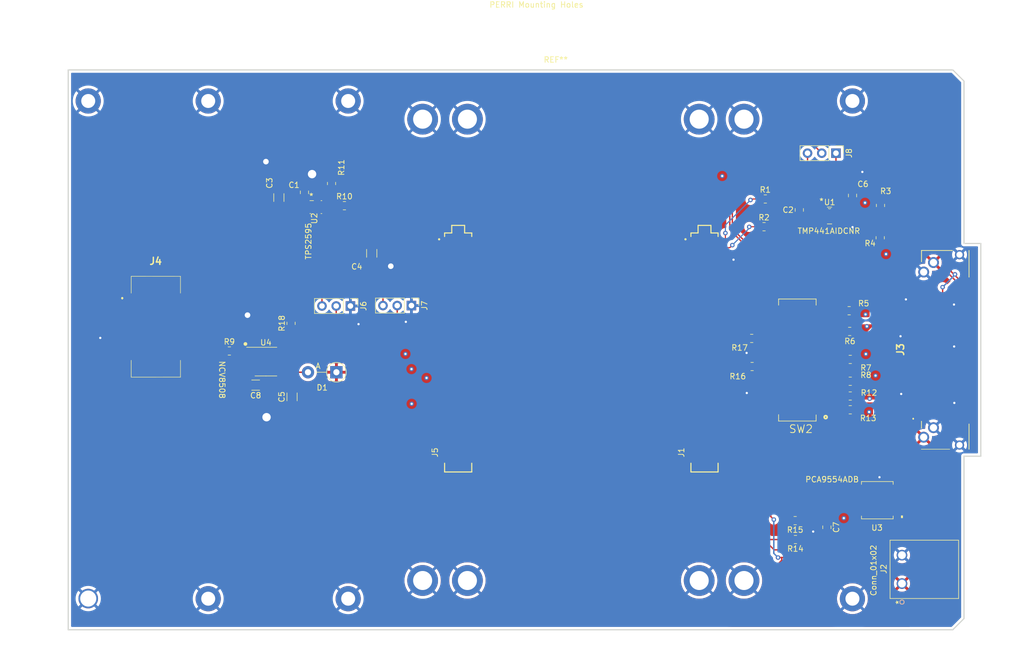
<source format=kicad_pcb>
(kicad_pcb (version 20211014) (generator pcbnew)
  (layers (0 "F.Cu" signal) (31 "B.Cu" signal) (34 "B.Paste" user) (35 "F.Paste" user) (36 "B.SilkS" user "B.Silkscreen") (37 "F.SilkS" user "F.Silkscreen") (38 "B.Mask" user) (39 "F.Mask" user) (44 "Edge.Cuts" user))
  (net 0 "")
  (net 1 "Net-(C1-Pad1)")
  (net 2 "GND")
  (net 3 "Net-(C2-Pad1)")
  (net 4 "Net-(C2-Pad2)")
  (net 5 "+12V")
  (net 6 "/12V_To_Hat")
  (net 7 "Net-(C5-Pad2)")
  (net 8 "+5V")
  (net 9 "/DXN")
  (net 10 "/DXP")
  (net 236 "/SDA")
  (net 237 "/SCL")
  (net 403 "Net-(J6-Pad2)")
  (net 404 "Net-(J7-Pad2)")
  (net 405 "/DS_EN")
  (net 406 "/To_Efuse_EN")
  (net 407 "/GPIO_EN")
  (net 408 "/TMP_A1")
  (net 409 "/TMP_A0")
  (net 410 "Net-(R9-Pad2)")
  (net 411 "/FLT")
  (net 412 "Net-(R11-Pad1)")
  (net 413 "/GPIO_A0")
  (net 414 "Net-(R16-Pad1)")
  (net 415 "Net-(R17-Pad1)")
  (net 416 "Net-(R18-Pad1)")
  (net 417 "/GPIO_A1")
  (net 418 "/GPIO_A2")
  (footprint "footprints:1757242" (layer "F.Cu") (at 237.3 132.9 90)
    (fp_text reference "J2")
    (fp_text value "Conn_01x02")
  )
  (footprint "Resistor_SMD:R_0805_2012Metric" (layer "F.Cu") (at 233.461649 70.43835 -90)
    (fp_text reference "R3")
    (fp_text value "R_US")
  )
  (footprint "Capacitor_SMD:C_1206_3216Metric" (layer "F.Cu") (at 142.59 78.99 -90)
    (fp_text reference "C4")
    (fp_text value "C_Polarized_US")
  )
  (footprint "Diode_THT:D_DO-41_SOD81_P5.08mm_Vertical_AnodeUp" (layer "F.Cu") (at 136.279658 100.230725 180)
    (fp_text reference "D1")
    (fp_text value "DIODE")
  )
  (footprint "Resistor_SMD:R_0805_2012Metric" (layer "F.Cu") (at 137.71 70.48)
    (fp_text reference "R10")
    (fp_text value "R_US")
  )
  (footprint "Capacitor_SMD:C_1206_3216Metric" (layer "F.Cu") (at 126 69.03 90)
    (fp_text reference "C3")
    (fp_text value "C_Polarized_US")
  )
  (footprint "Resistor_SMD:R_0805_2012Metric" (layer "F.Cu") (at 212.890249 69.28535)
    (fp_text reference "R1")
    (fp_text value "R_US")
  )
  (footprint "Resistor_SMD:R_0805_2012Metric" (layer "F.Cu") (at 228.061649 97.93835)
    (fp_text reference "R7")
    (fp_text value "R_US")
  )
  (footprint "footprints:302010030000" (layer "F.Cu") (at 103.8 92.1 -90)
    (fp_text reference "J4")
    (fp_text value "Conn_02x05_Counter_Clockwise" hide)
  )
  (footprint "Connector_PinHeader_2.54mm:PinHeader_1x03_P2.54mm_Vertical" (layer "F.Cu") (at 225.51 61.1 -90)
    (fp_text reference "J8")
    (fp_text value "Conn_01x03")
  )
  (footprint "Capacitor_SMD:C_1206_3216Metric" (layer "F.Cu") (at 128.357475 104.630725 90)
    (fp_text reference "C5")
    (fp_text value "0.1uF")
  )
  (footprint "Resistor_SMD:R_0805_2012Metric" (layer "F.Cu") (at 218.220849 126.73155 180)
    (fp_text reference "R15")
    (fp_text value "R_US")
  )
  (footprint "footprints:SAMTEC_SS5-80-3.00-X-D-K-XX" (layer "F.Cu") (at 158.027996 96.233 90)
    (fp_text reference "J5")
    (fp_text value "SS5-80-3.00-X-D-K-XX")
  )
  (footprint "Capacitor_SMD:C_0805_2012Metric" (layer "F.Cu") (at 223.885049 127.92535 -90)
    (fp_text reference "C7")
    (fp_text value "C_Small")
  )
  (footprint "footprints:FX23100S05SH" (layer "F.Cu") (at 245.027996 96.233 90)
    (fp_text reference "J3")
    (fp_text value "Conn_02x50_Counter_Clockwise" hide)
  )
  (footprint "Package_SO:SOIC-8-1EP_3.9x4.9mm_P1.27mm_EP2.514x3.2mm" (layer "F.Cu") (at 123.687575 98.329725)
    (fp_text reference "U4")
    (fp_text value "NCV8508")
  )
  (footprint "Resistor_SMD:R_0805_2012Metric" (layer "F.Cu") (at 228.061649 104.47455)
    (fp_text reference "R12")
    (fp_text value "R_US")
  )
  (footprint "Connector_PinHeader_2.54mm:PinHeader_1x03_P2.54mm_Vertical" (layer "F.Cu") (at 149.678075 88.322125 -90)
    (fp_text reference "J7")
    (fp_text value "Conn_01x03")
  )
  (footprint "Connector_PinHeader_2.54mm:PinHeader_1x03_P2.54mm_Vertical" (layer "F.Cu") (at 138.781475 88.398325 -90)
    (fp_text reference "J6")
    (fp_text value "Conn_01x03")
  )
  (footprint "Resistor_SMD:R_0805_2012Metric" (layer "F.Cu") (at 212.661649 74.23835)
    (fp_text reference "R2")
    (fp_text value "R_US")
  )
  (footprint "Resistor_SMD:R_0805_2012Metric" (layer "F.Cu") (at 135.41 66.52 90)
    (fp_text reference "R11")
    (fp_text value "R_US")
  )
  (footprint "TPS441:TPS259525DSGR" (layer "F.Cu") (at 132.6148 70.7358)
    (fp_text reference "U2")
    (fp_text value "TPS2595")
  )
  (footprint "Capacitor_SMD:C_0805_2012Metric" (layer "F.Cu") (at 228.47 68.66 90)
    (fp_text reference "C6")
    (fp_text value "C_Small")
  )
  (footprint "footprints:PERRI_Outline" (layer "F.Cu") (at 175.391196 90.2348)
    (fp_text reference "REF**")
    (fp_text value "PERRI_Outline")
    (fp_line (start 72.9882 24.9944) (end 72.9882 53.9944) (layer "Edge.Cuts") (width 0.2))
    (fp_line (start 75.9882 24.9944) (end 72.9882 24.9944) (layer "Edge.Cuts") (width 0.2))
    (fp_line (start 72.9882 -13.0056) (end 75.9882 -13.0056) (layer "Edge.Cuts") (width 0.2))
    (fp_line (start 70.9882 55.9944) (end -87.0118 55.9944) (layer "Edge.Cuts") (width 0.2))
    (fp_line (start 72.9882 -42.0056) (end 72.9882 -13.0056) (layer "Edge.Cuts") (width 0.2))
    (fp_line (start -87.0118 55.9944) (end -87.0118 -44.0056) (layer "Edge.Cuts") (width 0.2))
    (fp_line (start 75.9882 -13.0056) (end 75.9882 24.9944) (layer "Edge.Cuts") (width 0.2))
    (fp_line (start 70.9882 -44.0056) (end 72.9882 -42.0056) (layer "Edge.Cuts") (width 0.2))
    (fp_line (start -87.0118 -44.0056) (end 70.9882 -44.0056) (layer "Edge.Cuts") (width 0.2))
    (fp_line (start 72.9882 53.9944) (end 70.9882 55.9944) (layer "Edge.Cuts") (width 0.2))
  )
  (footprint "Resistor_SMD:R_0805_2012Metric" (layer "F.Cu") (at 210.46 94.19 180)
    (fp_text reference "R17")
    (fp_text value "R_US")
  )
  (footprint "Resistor_SMD:R_0805_2012Metric" (layer "F.Cu") (at 218.271649 130.10975 180)
    (fp_text reference "R14")
    (fp_text value "R_US")
  )
  (footprint "Resistor_SMD:R_0805_2012Metric" (layer "F.Cu") (at 128.179275 91.497125 90)
    (fp_text reference "R18")
    (fp_text value "R_US")
  )
  (footprint "Resistor_SMD:R_0805_2012Metric" (layer "F.Cu") (at 233.41 76.21 90)
    (fp_text reference "R4")
    (fp_text value "R_US")
  )
  (footprint "Resistor_SMD:R_0805_2012Metric" (layer "F.Cu") (at 228.061649 106.93835)
    (fp_text reference "R13")
    (fp_text value "R_US")
  )
  (footprint "footprints:TMP441AIDCNR" (layer "F.Cu") (at 224.361649 72.23835)
    (fp_text reference "U1")
    (fp_text value "TMP441AIDCNR")
  )
  (footprint "Resistor_SMD:R_0805_2012Metric" (layer "F.Cu") (at 227.961649 92.93835)
    (fp_text reference "R6")
    (fp_text value "R_US")
  )
  (footprint "PCA9554ADB:PCA9554ADB" (layer "F.Cu") (at 232.895699 123.08665 180)
    (fp_text reference "U3")
    (fp_text value "PCA9554ADB")
  )
  (footprint "Resistor_SMD:R_0805_2012Metric" (layer "F.Cu") (at 227.861649 89.23835)
    (fp_text reference "R5")
    (fp_text value "R_US")
  )
  (footprint "Resistor_SMD:R_0805_2012Metric" (layer "F.Cu") (at 228.061649 101.83835)
    (fp_text reference "R8")
    (fp_text value "R_US")
  )
  (footprint "footprints:SAMTEC_SS5-80-3.00-X-D-K-XX" (layer "F.Cu") (at 202.027996 96.233 90)
    (fp_text reference "J1")
    (fp_text value "SS5-80-3.00-X-D-K-XX")
  )
  (footprint "footprints:SW_219-8LPSTRF" (layer "F.Cu") (at 218.618649 98.04835 180)
    (fp_text reference "SW2")
    (fp_text value "SW_DIP_x08")
  )
  (footprint "footprints:PERRI_Mounting_Holes" (layer "F.Cu") (at 172.579551 90.239551)
    (fp_text reference "PERRI Mounting Holes")
    (fp_text value "PERRI_Mounting_Holes")
  )
  (footprint "Capacitor_SMD:C_0805_2012Metric" (layer "F.Cu") (at 218.960849 71.24115 -90)
    (fp_text reference "C2")
    (fp_text value "C_Small")
  )
  (footprint "Capacitor_SMD:C_0805_2012Metric" (layer "F.Cu") (at 130.57 68.1 90)
    (fp_text reference "C1")
    (fp_text value "C")
  )
  (footprint "Resistor_SMD:R_0805_2012Metric" (layer "F.Cu") (at 117.157475 96.430725)
    (fp_text reference "R9")
    (fp_text value "R_US")
  )
  (footprint "Capacitor_SMD:C_1206_3216Metric" (layer "F.Cu") (at 121.857475 102.530725 180)
    (fp_text reference "C8")
    (fp_text value "1uF")
  )
  (footprint "Resistor_SMD:R_0805_2012Metric" (layer "F.Cu") (at 210.53 99.21 180)
    (fp_text reference "R16")
    (fp_text value "R_US")
  )
  (segment (start 130.57 69.58) (end 130.57 69.05) (width 0.25) (layer "F.Cu") (net 1))
  (segment (start 130.975799 69.985799) (end 130.57 69.58) (width 0.25) (layer "F.Cu") (net 1))
  (segment (start 131.664799 69.985799) (end 130.975799 69.985799) (width 0.25) (layer "F.Cu") (net 1))
  (segment (start 246.59 87.371974) (end 246.59 88.14) (width 0.25) (layer "F.Cu") (net 2))
  (segment (start 248.677996 84.983) (end 247.478974 84.983) (width 0.25) (layer "F.Cu") (net 2))
  (segment (start 240.263 89.483) (end 238 87.22) (width 0.25) (layer "F.Cu") (net 2))
  (segment (start 210.17835 104.39835) (end 209.58 103.8) (width 0.25) (layer "F.Cu") (net 2))
  (segment (start 116.244975 94.185025) (end 120.4 90.03) (width 0.25) (layer "F.Cu") (net 2))
  (segment (start 130.57 67.15) (end 131.93 65.79) (width 0.75) (layer "F.Cu") (net 2))
  (segment (start 132.6148 65.6948) (end 132.6148 65.5248) (width 0.25) (layer "F.Cu") (net 2))
  (segment (start 237.223 93.983) (end 237.04 93.8) (width 0.25) (layer "F.Cu") (net 2))
  (segment (start 214.313649 104.39835) (end 210.17835 104.39835) (width 0.25) (layer "F.Cu") (net 2))
  (segment (start 123.87 108.19) (end 123.8 108.26) (width 0.25) (layer "F.Cu") (net 2))
  (segment (start 209.93835 106.93835) (end 209.58 106.58) (width 0.25) (layer "F.Cu") (net 2))
  (segment (start 239.177974 106.483) (end 238.777487 106.082513) (width 0.25) (layer "F.Cu") (net 2))
  (segment (start 238.994974 93.8) (end 237.04 93.8) (width 0.25) (layer "F.Cu") (net 2))
  (segment (start 121.685075 98.329725) (end 123.687575 98.329725) (width 0.25) (layer "F.Cu") (net 2))
  (segment (start 241.801996 90.983) (end 240.677974 90.983) (width 0.25) (layer "F.Cu") (net 2))
  (segment (start 237.860974 93.8) (end 237.04 93.8) (width 0.25) (layer "F.Cu") (net 2))
  (segment (start 221.37 128.76) (end 221.44 128.69) (width 0.25) (layer "F.Cu") (net 2))
  (segment (start 247.478974 86.483) (end 246.59 87.371974) (width 0.25) (layer "F.Cu") (net 2))
  (segment (start 116.244975 96.430725) (end 116.244975 94.185025) (width 0.25) (layer "F.Cu") (net 2))
  (segment (start 248.677996 106.483) (end 247.423 106.483) (width 0.25) (layer "F.Cu") (net 2))
  (segment (start 240.677974 95.483) (end 238.994974 93.8) (width 0.25) (layer "F.Cu") (net 2))
  (segment (start 246.59 85.871974) (end 246.59 88.14) (width 0.25) (layer "F.Cu") (net 2))
  (segment (start 246.59 90.094026) (end 246.59 88.14) (width 0.25) (layer "F.Cu") (net 2))
  (segment (start 248.677996 87.983) (end 246.747 87.983) (width 0.25) (layer "F.Cu") (net 2))
  (segment (start 100.775 92.1) (end 96.1 92.1) (width 0.25) (layer "F.Cu") (net 2))
  (segment (start 210.57835 91.69835) (end 214.313649 91.69835) (width 0.25) (layer "F.Cu") (net 2))
  (segment (start 248.677996 103.483) (end 247.478974 103.483) (width 0.25) (layer "F.Cu") (net 2))
  (segment (start 247.478974 92.483) (end 246.62 93.341974) (width 0.25) (layer "F.Cu") (net 2))
  (segment (start 241.801996 86.483) (end 238.737 86.483) (width 0.25) (layer "F.Cu") (net 2))
  (segment (start 209.5475 96.7825) (end 209.5475 99.14) (width 0.25) (layer "F.Cu") (net 2))
  (segment (start 241.801996 92.483) (end 238.357 92.483) (width 0.25) (layer "F.Cu") (net 2))
  (segment (start 123.332475 106.212475) (end 123.87 106.75) (width 0.25) (layer "F.Cu") (net 2))
  (segment (start 238.763 87.983) (end 238 87.22) (width 0.25) (layer "F.Cu") (net 2))
  (segment (start 248.677996 96.983) (end 247.478974 96.983) (width 0.25) (layer "F.Cu") (net 2))
  (segment (start 209.5475 94.19) (end 209.5475 96.7125) (width 0.25) (layer "F.Cu") (net 2))
  (segment (start 209.5475 96.7125) (end 209.5475 96.7825) (width 0.25) (layer "F.Cu") (net 2))
  (segment (start 247.377 104.983) (end 246.65 105.71) (width 0.25) (layer "F.Cu") (net 2))
  (segment (start 126.2032 108.26) (end 128.357475 106.105725) (width 1) (layer "F.Cu") (net 2))
  (segment (start 149.678075 90.231925) (end 148.68 91.23) (width 0.25) (layer "F.Cu") (net 2))
  (segment (start 246.59 88.594026) (end 246.59 88.14) (width 0.25) (layer "F.Cu") (net 2))
  (segment (start 205.563 78.483) (end 207.21 80.13) (width 0.25) (layer "F.Cu") (net 2))
  (segment (start 240.677974 90.983) (end 237.860974 93.8) (width 0.25) (layer "F.Cu") (net 2))
  (segment (start 241.801996 96.983) (end 240.223 96.983) (width 0.25) (layer "F.Cu") (net 2))
  (segment (start 225.555449 73.213349) (end 227.373349 73.213349) (width 0.25) (layer "F.Cu") (net 2))
  (segment (start 126 67.555) (end 126 64.92) (width 1) (layer "F.Cu") (net 2))
  (segment (start 209.58 103.94) (end 209.58 103.8) (width 0.25) (layer "F.Cu") (net 2))
  (segment (start 241.801996 84.983) (end 240.677974 84.983) (width 0.25) (layer "F.Cu") (net 2))
  (segment (start 241.801996 100.483) (end 240.677974 100.483) (width 0.25) (layer "F.Cu") (net 2))
  (segment (start 237.16 104.000974) (end 237.16 104.11) (width 0.25) (layer "F.Cu") (net 2))
  (segment (start 123.87 106.75) (end 123.87 108.19) (width 0.25) (layer "F.Cu") (net 2))
  (segment (start 138.781475 88.398325) (end 138.781475 90.191475) (width 0.25) (layer "F.Cu") (net 2))
  (segment (start 241.801996 103.483) (end 237.787 103.483) (width 0.25) (layer "F.Cu") (net 2))
  (segment (start 209.58 106.58) (end 209.58 103.94) (width 0.25) (layer "F.Cu") (net 2))
  (segment (start 126 64.92) (end 123.69 62.61) (width 1) (layer "F.Cu") (net 2))
  (segment (start 241.801996 106.483) (end 239.177974 106.483) (width 0.25) (layer "F.Cu") (net 2))
  (segment (start 248.677996 89.483) (end 247.478974 89.483) (width 0.25) (layer "F.Cu") (net 2))
  (segment (start 209.61335 96.77835) (end 209.5475 96.7125) (width 0.25) (layer "F.Cu") (net 2))
  (segment (start 246.62 94.841974) (end 246.62 95.63) (width 0.25) (layer "F.Cu") (net 2))
  (segment (start 238.033 104.983) (end 237.16 104.11) (width 0.25) (layer "F.Cu") (net 2))
  (segment (start 246.62 96.124026) (end 246.62 95.63) (width 0.25) (layer "F.Cu") (net 2))
  (segment (start 222.73 130.46) (end 222.07 130.46) (width 0.25) (layer "F.Cu") (net 2))
  (segment (start 236.324699 119.314699) (end 236.03 119.02) (width 0.25) (layer "F.Cu") (net 2))
  (segment (start 247.423 106.483) (end 246.65 105.71) (width 0.25) (layer "F.Cu") (net 2))
  (segment (start 246.62 93.341974) (end 246.62 95.63) (width 0.25) (layer "F.Cu") (net 2))
  (segment (start 123.8 108.26) (end 126.2032 108.26) (width 1) (layer "F.Cu") (net 2))
  (segment (start 123.687575 93.317575) (end 120.4 90.03) (width 2) (layer "F.Cu") (net 2))
  (segment (start 132.7021 65.6075) (end 132.6148 65.6948) (width 0.25) (layer "F.Cu") (net 2))
  (segment (start 241.801996 107.983) (end 240.677974 107.983) (width 0.25) (layer "F.Cu") (net 2))
  (segment (start 241.801996 95.483) (end 240.677974 95.483) (width 0.25) (layer "F.Cu") (net 2))
  (segment (start 238.777487 106.082513) (end 237.16 104.465026) (width 0.25) (layer "F.Cu") (net 2))
  (segment (start 247.478974 96.983) (end 246.62 96.124026) (width 0.25) (layer "F.Cu") (net 2))
  (segment (start 214.313649 89.15835) (end 212.06165 89.15835) (width 0.25) (layer "F.Cu") (net 2))
  (segment (start 248.677996 107.983) (end 247.478974 107.983) (width 0.25) (layer "F.Cu") (net 2))
  (segment (start 247.478974 93.983) (end 246.62 94.841974) (width 0.25) (layer "F.Cu") (net 2))
  (segment (start 247.478974 90.983) (end 246.59 90.094026) (width 0.25) (layer "F.Cu") (net 2))
  (segment (start 132.6148 65.5248) (end 131.93 64.84) (width 0.75) (layer "F.Cu") (net 2))
  (segment (start 209.58 103.8) (end 209.58 100.95) (width 0.25) (layer "F.Cu") (net 2))
  (segment (start 240.223 96.983) (end 237.04 93.8) (width 0.25) (layer "F.Cu") (net 2))
  (segment (start 246.767 95.483) (end 246.62 95.63) (width 0.25) (layer "F.Cu") (net 2))
  (segment (start 209.5475 99.14) (end 209.6175 99.21) (width 0.25) (layer "F.Cu") (net 2))
  (segment (start 227.373349 73.213349) (end 228.47 74.31) (width 0.25) (layer "F.Cu") (net 2))
  (segment (start 210.48835 101.85835) (end 209.58 100.95) (width 0.25) (layer "F.Cu") (net 2))
  (segment (start 210.05 91.17) (end 210.57835 91.69835) (width 0.25) (layer "F.Cu") (net 2))
  (segment (start 248.677996 90.983) (end 247.478974 90.983) (width 0.25) (layer "F.Cu") (net 2))
  (segment (start 241.801996 87.983) (end 238.763 87.983) (width 0.25) (layer "F.Cu") (net 2))
  (segment (start 223.885049 129.304951) (end 222.73 130.46) (width 0.25) (layer "F.Cu") (net 2))
  (segment (start 223.885049 128.87535) (end 223.885049 129.304951) (width 0.25) (layer "F.Cu") (net 2))
  (segment (start 237.787 103.483) (end 237.16 104.11) (width 0.25) (layer "F.Cu") (net 2))
  (segment (start 228.47 66.2) (end 230.22 64.45) (width 0.25) (layer "F.Cu") (net 2))
  (segment (start 247.478974 84.983) (end 246.59 85.871974) (width 0.25) (layer "F.Cu") (net 2))
  (segment (start 235.99 118.98) (end 233.28 118.98) (width 0.25) (layer "F.Cu") (net 2))
  (segment (start 145.165 80.465) (end 145.99 81.29) (width 1) (layer "F.Cu") (net 2))
  (segment (start 237.16 104.465026) (end 237.16 104.11) (width 0.25) (layer "F.Cu") (net 2))
  (segment (start 246.747 87.983) (end 246.59 88.14) (width 0.25) (layer "F.Cu") (net 2))
  (segment (start 132.6148 70.735797) (end 132.6148 68.8552) (width 1) (layer "F.Cu") (net 2))
  (segment (start 222.07 130.46) (end 221.37 129.76) (width 0.25) (layer "F.Cu") (net 2))
  (segment (start 236.324699 120.811651) (end 236.324699 119.314699) (width 0.25) (layer "F.Cu") (net 2))
  (segment (start 241.801996 104.983) (end 238.033 104.983) (width 0.25) (layer "F.Cu") (net 2))
  (segment (start 209.58 99.2475) (end 209.6175 99.21) (width 0.25) (layer "F.Cu") (net 2))
  (segment (start 248.677996 104.983) (end 247.377 104.983) (width 0.25) (layer "F.Cu") (net 2))
  (segment (start 221.37 129.76) (end 221.37 128.76) (width 0.25) (layer "F.Cu") (net 2))
  (segment (start 133.564801 69.985799) (end 133.564801 69.805201) (width 0.25) (layer "F.Cu") (net 2))
  (segment (start 149.678075 88.322125) (end 149.678075 90.231925) (width 0.25) (layer "F.Cu") (net 2))
  (segment (start 248.677996 93.983) (end 247.478974 93.983) (width 0.25) (layer "F.Cu") (net 2))
  (segment (start 248.677996 86.483) (end 247.478974 86.483) (width 0.25) (layer "F.Cu") (net 2))
  (segment (start 214.313649 96.77835) (end 209.61335 96.77835) (width 0.25) (layer "F.Cu") (net 2))
  (segment (start 247.478974 89.483) (end 246.59 88.594026) (width 0.25) (layer "F.Cu") (net 2))
  (segment (start 246.65 104.311974) (end 246.65 105.71) (width 0.25) (layer "F.Cu") (net 2))
  (segment (start 214.313649 101.85835) (end 210.48835 101.85835) (width 0.25) (layer "F.Cu") (net 2))
  (segment (start 210.05 91.17) (end 209.5475 91.6725) (width 0.25) (layer "F.Cu") (net 2))
  (segment (start 241.801996 89.483) (end 240.263 89.483) (width 0.25) (layer "F.Cu") (net 2))
  (segment (start 135.41 65.6075) (end 132.7021 65.6075) (width 0.75) (layer "F.Cu") (net 2))
  (segment (start 241.801996 93.983) (end 237.223 93.983) (width 0.25) (layer "F.Cu") (net 2))
  (segment (start 248.677996 95.483) (end 246.767 95.483) (width 0.25) (layer "F.Cu") (net 2))
  (segment (start 240.677974 84.983) (end 238.440974 87.22) (width 0.25) (layer "F.Cu") (net 2))
  (segment (start 212.06165 89.15835) (end 210.05 91.17) (width 0.25) (layer "F.Cu") (net 2))
  (segment (start 247.478974 107.983) (end 246.65 107.154026) (width 0.25) (layer "F.Cu") (net 2))
  (segment (start 248.677996 92.483) (end 247.478974 92.483) (width 0.25) (layer "F.Cu") (net 2))
  (segment (start 142.59 80.465) (end 145.165 80.465) (width 1) (layer "F.Cu") (net 2))
  (segment (start 131.93 65.79) (end 131.93 64.84) (width 0.25) (layer "F.Cu") (net 2))
  (segment (start 123.332475 102.530725) (end 123.332475 106.212475) (width 0.25) (layer "F.Cu") (net 2))
  (segment (start 228.47 67.71) (end 228.47 66.2) (width 0.25) (layer "F.Cu") (net 2))
  (segment (start 209.58 100.95) (end 209.58 99.2475) (width 0.25) (layer "F.Cu") (net 2))
  (segment (start 238.737 86.483) (end 238 87.22) (width 0.25) (layer "F.Cu") (net 2))
  (segment (start 96.1 92.1) (end 94.1 94.1) (width 0.25) (layer "F.Cu") (net 2))
  (segment (start 240.677974 107.983) (end 238.777487 106.082513) (width 0.25) (layer "F.Cu") (net 2))
  (segment (start 214.313649 106.93835) (end 209.93835 106.93835) (width 0.25) (layer "F.Cu") (net 2))
  (segment (start 204.362996 78.483) (end 205.563 78.483) (width 0.25) (layer "F.Cu") (net 2))
  (segment (start 209.5475 91.6725) (end 209.5475 94.19) (width 0.25) (layer "F.Cu") (net 2))
  (segment (start 133.564801 69.805201) (end 132.6148 68.8552) (width 0.75) (layer "F.Cu") (net 2))
  (segment (start 247.478974 103.483) (end 246.65 104.311974) (width 0.25) (layer "F.Cu") (net 2))
  (segment (start 238.357 92.483) (end 237.04 93.8) (width 0.25) (layer "F.Cu") (net 2))
  (segment (start 236.03 119.02) (end 235.99 118.98) (width 0.25) (layer "F.Cu") (net 2))
  (segment (start 246.65 107.154026) (end 246.65 105.71) (width 0.25) (layer "F.Cu") (net 2))
  (segment (start 240.677974 100.483) (end 237.16 104.000974) (width 0.25) (layer "F.Cu") (net 2))
  (segment (start 138.781475 90.191475) (end 140.23 91.64) (width 0.25) (layer "F.Cu") (net 2))
  (segment (start 123.687575 98.329725) (end 123.687575 93.317575) (width 2) (layer "F.Cu") (net 2))
  (segment (start 121.050075 97.694725) (end 121.685075 98.329725) (width 0.25) (layer "F.Cu") (net 2))
  (segment (start 238.440974 87.22) (end 238 87.22) (width 0.25) (layer "F.Cu") (net 2))
  (segment (start 132.6148 68.8552) (end 132.6148 65.6948) (width 1) (layer "F.Cu") (net 2))
  (via (at 209.58 103.94) (size 0.8) (drill 0.4) (layers "F.Cu" "B.Cu") (net 2))
  (via (at 140.23 91.64) (size 0.8) (drill 0.4) (layers "F.Cu" "B.Cu") (net 2))
  (via (at 148.68 91.23) (size 0.8) (drill 0.4) (layers "F.Cu" "B.Cu") (net 2))
  (via (at 120.4 90.03) (size 1.5) (drill 1) (layers "F.Cu" "B.Cu") (net 2))
  (via (at 228.47 74.31) (size 0.8) (drill 0.4) (layers "F.Cu" "B.Cu") (net 2))
  (via (at 131.93 64.84) (size 2) (drill 1.5) (layers "F.Cu" "B.Cu") (net 2))
  (via (at 221.44 128.69) (size 0.8) (drill 0.4) (layers "F.Cu" "B.Cu") (net 2))
  (via (at 246.59 88.14) (size 0.8) (drill 0.4) (layers "F.Cu" "B.Cu") (net 2))
  (via (at 145.99 81.29) (size 1.5) (drill 1) (layers "F.Cu" "B.Cu") (net 2))
  (via (at 246.65 105.71) (size 0.8) (drill 0.4) (layers "F.Cu" "B.Cu") (net 2))
  (via (at 246.62 95.63) (size 0.8) (drill 0.4) (layers "F.Cu" "B.Cu") (net 2))
  (via (at 238 87.22) (size 0.8) (drill 0.4) (layers "F.Cu" "B.Cu") (net 2))
  (via (at 237.04 93.8) (size 0.8) (drill 0.4) (layers "F.Cu" "B.Cu") (net 2))
  (via (at 123.8 108.26) (size 2) (drill 1.5) (layers "F.Cu" "B.Cu") (net 2))
  (via (at 94.1 94.1) (size 0.8) (drill 0.4) (layers "F.Cu" "B.Cu") (net 2))
  (via (at 233.28 118.98) (size 0.8) (drill 0.4) (layers "F.Cu" "B.Cu") (net 2))
  (via (at 237.16 104.11) (size 0.8) (drill 0.4) (layers "F.Cu" "B.Cu") (net 2))
  (via (at 230.22 64.45) (size 0.8) (drill 0.4) (layers "F.Cu" "B.Cu") (net 2))
  (via (at 123.69 62.61) (size 1.5) (drill 1) (layers "F.Cu" "B.Cu") (net 2))
  (via (at 207.21 80.13) (size 0.8) (drill 0.4) (layers "F.Cu" "B.Cu") (net 2))
  (via (at 209.5475 96.7825) (size 0.8) (drill 0.4) (layers "F.Cu" "B.Cu") (net 2))
  (segment (start 218.960849 70.29115) (end 218.960849 69.43755) (width 0.25) (layer "F.Cu") (net 3))
  (segment (start 218.960849 69.43755) (end 218.808649 69.28535) (width 0.25) (layer "F.Cu") (net 3))
  (segment (start 218.808649 69.28535) (end 220.208649 69.28535) (width 0.25) (layer "F.Cu") (net 3))
  (segment (start 221.58665 71.263351) (end 223.167849 71.263351) (width 0.25) (layer "F.Cu") (net 3))
  (segment (start 221.061649 70.13835) (end 221.061649 70.73835) (width 0.25) (layer "F.Cu") (net 3))
  (segment (start 213.802749 69.28535) (end 218.808649 69.28535) (width 0.25) (layer "F.Cu") (net 3))
  (segment (start 220.208649 69.28535) (end 221.061649 70.13835) (width 0.25) (layer "F.Cu") (net 3))
  (segment (start 221.061649 70.73835) (end 221.58665 71.263351) (width 0.25) (layer "F.Cu") (net 3))
  (segment (start 221.061649 72.13835) (end 221.28665 71.913349) (width 0.25) (layer "F.Cu") (net 4))
  (segment (start 219.061649 74.23835) (end 219.461649 74.23835) (width 0.25) (layer "F.Cu") (net 4))
  (segment (start 221.061649 72.63835) (end 221.061649 72.13835) (width 0.25) (layer "F.Cu") (net 4))
  (segment (start 221.28665 71.913349) (end 223.167849 71.913349) (width 0.25) (layer "F.Cu") (net 4))
  (segment (start 218.960849 72.19115) (end 218.960849 74.13755) (width 0.25) (layer "F.Cu") (net 4))
  (segment (start 213.574149 74.23835) (end 219.061649 74.23835) (width 0.25) (layer "F.Cu") (net 4))
  (segment (start 218.960849 74.13755) (end 219.061649 74.23835) (width 0.25) (layer "F.Cu") (net 4))
  (segment (start 219.461649 74.23835) (end 221.061649 72.63835) (width 0.25) (layer "F.Cu") (net 4))
  (segment (start 131.658999 70.98) (end 131.664799 70.9858) (width 0.25) (layer "F.Cu") (net 5))
  (segment (start 126.329075 100.230725) (end 126.325075 100.234725) (width 0.25) (layer "F.Cu") (net 7))
  (segment (start 128.357475 100.230725) (end 126.329075 100.230725) (width 0.25) (layer "F.Cu") (net 7))
  (segment (start 131.199658 100.230725) (end 128.357475 100.230725) (width 0.25) (layer "F.Cu") (net 7))
  (segment (start 128.357475 103.155725) (end 128.357475 100.230725) (width 0.25) (layer "F.Cu") (net 7))
  (segment (start 231.13415 69.52585) (end 230.7 69.96) (width 0.25) (layer "F.Cu") (net 8))
  (segment (start 146.62 65.82) (end 148.22 64.22) (width 0.25) (layer "F.Cu") (net 8))
  (segment (start 119.379275 98.989275) (end 119.379275 99.659275) (width 0.25) (layer "F.Cu") (net 8))
  (segment (start 233.41 77.1225) (end 233.41 78.09) (width 0.25) (layer "F.Cu") (net 8))
  (segment (start 145.51 68.96) (end 145.51 66.93) (width 0.25) (layer "F.Cu") (net 8))
  (segment (start 230.086649 71.263351) (end 230.7 70.65) (width 0.25) (layer "F.Cu") (net 8))
  (segment (start 144.56 69.91) (end 145.51 68.96) (width 0.25) (layer "F.Cu") (net 8))
  (segment (start 152.56 85.76) (end 152.68 85.88) (width 0.25) (layer "F.Cu") (net 8))
  (segment (start 228.47 69.61) (end 228.47 71.15) (width 0.25) (layer "F.Cu") (net 8))
  (segment (start 119.394725 100.234725) (end 121.050075 100.234725) (width 0.25) (layer "F.Cu") (net 8))
  (segment (start 152 90.5) (end 149.51 92.99) (width 0.25) (layer "F.Cu") (net 8))
  (segment (start 140.64 69.91) (end 140.07 70.48) (width 0.25) (layer "F.Cu") (net 8))
  (segment (start 150.58 98.57) (end 150.58 98.78) (width 0.25) (layer "F.Cu") (net 8))
  (segment (start 229.466699 125.361649) (end 227.838351 125.361649) (width 0.25) (layer "F.Cu") (net 8))
  (segment (start 228.874149 92.93835) (end 230.13165 92.93835) (width 0.25) (layer "F.Cu") (net 8))
  (segment (start 128.179275 90.584625) (end 128.179275 88.639275) (width 0.25) (layer "F.Cu") (net 8))
  (segment (start 128.179275 88.639275) (end 128.179275 84.930725) (width 0.25) (layer "F.Cu") (net 8))
  (segment (start 150.949275 84.149275) (end 152.56 85.76) (width 0.25) (layer "F.Cu") (net 8))
  (segment (start 119.379275 99.659275) (end 119.379275 100.219275) (width 0.25) (layer "F.Cu") (net 8))
  (segment (start 133.701475 88.398325) (end 133.701475 86.107075) (width 0.25) (layer "F.Cu") (net 8))
  (segment (start 223.885049 126.97535) (end 225.49875 125.361649) (width 0.25) (layer "F.Cu") (net 8))
  (segment (start 144.598075 86.691925) (end 145.64 85.65) (width 0.25) (layer "F.Cu") (net 8))
  (segment (start 116.93 108.49) (end 116.93 102.86855) (width 0.25) (layer "F.Cu") (net 8))
  (segment (start 143.92 111.67) (end 149.72 105.87) (width 0.25) (layer "F.Cu") (net 8))
  (segment (start 228.974149 97.93835) (end 229.89165 97.93835) (width 0.25) (layer "F.Cu") (net 8))
  (segment (start 230.13165 92.93835) (end 231.03 92.04) (width 0.25) (layer "F.Cu") (net 8))
  (segment (start 149.51 92.99) (end 148.61 93.89) (width 0.25) (layer "F.Cu") (net 8))
  (segment (start 228.356649 71.263351) (end 230.086649 71.263351) (width 0.25) (layer "F.Cu") (net 8))
  (segment (start 140.64 69.91) (end 144.56 69.91) (width 0.25) (layer "F.Cu") (net 8))
  (segment (start 225.49875 125.361649) (end 227.838351 125.361649) (width 0.25) (layer "F.Cu") (net 8))
  (segment (start 144.598075 88.322125) (end 144.598075 86.691925) (width 0.25) (layer "F.Cu") (net 8))
  (segment (start 141.149275 84.149275) (end 150.949275 84.149275) (width 0.25) (layer "F.Cu") (net 8))
  (segment (start 228.774149 89.23835) (end 230.12835 89.23835) (width 0.25) (layer "F.Cu") (net 8))
  (segment (start 231.03835 106.93835) (end 231.43 107.33) (width 0.25) (layer "F.Cu") (net 8))
  (segment (start 148.22 64.22) (end 152.95 64.22) (width 0.25) (layer "F.Cu") (net 8))
  (segment (start 228.974149 104.47455) (end 231.05455 104.47455) (width 0.25) (layer "F.Cu") (net 8))
  (segment (start 118.749275 101.829275) (end 119.450725 102.530725) (width 0.25) (layer "F.Cu") (net 8))
  (segment (start 151.3 97.79) (end 151.3 99.66) (width 0.25) (layer "F.Cu") (net 8))
  (segment (start 118.749275 101.049275) (end 118.749275 101.829275) (width 0.25) (layer "F.Cu") (net 8))
  (segment (start 228.47 71.15) (end 228.356649 71.263351) (width 0.25) (layer "F.Cu") (net 8))
  (segment (start 133.701475 86.107075) (end 135.659275 84.149275) (width 0.25) (layer "F.Cu") (net 8))
  (segment (start 151.42 83.29) (end 153.56 85.43) (width 0.25) (layer "F.Cu") (net 8))
  (segment (start 152.95 64.22) (end 204.23 64.22) (width 0.25) (layer "F.Cu") (net 8))
  (segment (start 116.93 108.49) (end 120.11 111.67) (width 0.25) (layer "F.Cu") (net 8))
  (segment (start 225.555449 71.263351) (end 228.356649 71.263351) (width 0.25) (layer "F.Cu") (net 8))
  (segment (start 116.93 102.86855) (end 118.749275 101.049275) (width 0.25) (layer "F.Cu") (net 8))
  (segment (start 230.7 70.65) (end 230.7 69.96) (width 0.25) (layer "F.Cu") (net 8))
  (segment (start 231.57165 101.83835) (end 232.58 100.83) (width 0.25) (layer "F.Cu") (net 8))
  (segment (start 152 86.3) (end 152 90.5) (width 0.25) (layer "F.Cu") (net 8))
  (segment (start 153.56 93.57) (end 153.56 95.53) (width 0.25) (layer "F.Cu") (net 8))
  (segment (start 129.82 83.29) (end 151.42 83.29) (width 0.25) (layer "F.Cu") (net 8))
  (segment (start 145.64 85.65) (end 151.35 85.65) (width 0.25) (layer "F.Cu") (net 8))
  (segment (start 227.838351 125.361649) (end 226.91 126.29) (width 0.25) (layer "F.Cu") (net 8))
  (segment (start 119.450725 102.530725) (end 120.382475 102.530725) (width 0.25) (layer "F.Cu") (net 8))
  (segment (start 152.18 96.91) (end 151.3 97.79) (width 0.25) (layer "F.Cu") (net 8))
  (segment (start 120.11 111.67) (end 138.84 111.67) (width 0.25) (layer "F.Cu") (net 8))
  (segment (start 118.749275 100.289275) (end 118.749275 101.049275) (width 0.25) (layer "F.Cu") (net 8))
  (segment (start 151.3 99.66) (end 151.3 100.17) (width 0.25) (layer "F.Cu") (net 8))
  (segment (start 128.179275 84.930725) (end 129.82 83.29) (width 0.25) (layer "F.Cu") (net 8))
  (segment (start 233.41 78.09) (end 234.45 79.13) (width 0.25) (layer "F.Cu") (net 8))
  (segment (start 228.974149 106.93835) (end 231.03835 106.93835) (width 0.25) (layer "F.Cu") (net 8))
  (segment (start 153.56 85.43) (end 153.56 93.57) (width 0.25) (layer "F.Cu") (net 8))
  (segment (start 150.58 93.66) (end 150.58 98.57) (width 0.25) (layer "F.Cu") (net 8))
  (segment (start 231.05455 104.47455) (end 231.53 104.95) (width 0.25) (layer "F.Cu") (net 8))
  (segment (start 150.58 98.78) (end 149.69 99.67) (width 0.25) (layer "F.Cu") (net 8))
  (segment (start 138.84 111.67) (end 143.92 111.67) (width 0.25) (layer "F.Cu") (net 8))
  (segment (start 152.68 85.88) (end 152.68 91.1) (width 0.25) (layer "F.Cu") (net 8))
  (segment (start 140.07 70.48) (end 138.6225 70.48) (width 0.25) (layer "F.Cu") (net 8))
  (segment (start 135.659275 84.149275) (end 141.149275 84.149275) (width 0.25) (layer "F.Cu") (net 8))
  (segment (start 150.99 93.25) (end 150.58 93.66) (width 0.25) (layer "F.Cu") (net 8))
  (segment (start 119.379275 100.219275) (end 119.394725 100.234725) (width 0.25) (layer "F.Cu") (net 8))
  (segment (start 145.51 66.93) (end 146.62 65.82) (width 0.25) (layer "F.Cu") (net 8))
  (segment (start 152.68 91.56) (end 150.99 93.25) (width 0.25) (layer "F.Cu") (net 8))
  (segment (start 228.974149 101.83835) (end 231.57165 101.83835) (width 0.25) (layer "F.Cu") (net 8))
  (segment (start 119.403825 98.964725) (end 119.379275 98.989275) (width 0.25) (layer "F.Cu") (net 8))
  (segment (start 151.35 85.65) (end 152 86.3) (width 0.25) (layer "F.Cu") (net 8))
  (segment (start 153.56 95.53) (end 152.18 96.91) (width 0.25) (layer "F.Cu") (net 8))
  (segment (start 148.61 93.89) (end 148.61 96.96) (width 0.25) (layer "F.Cu") (net 8))
  (segment (start 233.461649 69.52585) (end 231.13415 69.52585) (width 0.25) (layer "F.Cu") (net 8))
  (segment (start 151.3 100.17) (end 152.38 101.25) (width 0.25) (layer "F.Cu") (net 8))
  (segment (start 204.23 64.22) (end 205.19 65.18) (width 0.25) (layer "F.Cu") (net 8))
  (segment (start 230.12835 89.23835) (end 230.79 89.9) (width 0.25) (layer "F.Cu") (net 8))
  (segment (start 121.050075 98.964725) (end 119.403825 98.964725) (width 0.25) (layer "F.Cu") (net 8))
  (segment (start 119.379275 99.659275) (end 118.749275 100.289275) (width 0.25) (layer "F.Cu") (net 8))
  (segment (start 229.89165 97.93835) (end 230.85 96.98) (width 0.25) (layer "F.Cu") (net 8))
  (segment (start 152.68 91.1) (end 152.68 91.56) (width 0.25) (layer "F.Cu") (net 8))
  (via (at 234.45 79.13) (size 0.8) (drill 0.4) (layers "F.Cu" "B.Cu") (net 8))
  (via (at 152.38 101.25) (size 0.8) (drill 0.4) (layers "F.Cu" "B.Cu") (net 8))
  (via (at 148.61 96.96) (size 0.8) (drill 0.4) (layers "F.Cu" "B.Cu") (net 8))
  (via (at 149.72 105.87) (size 0.8) (drill 0.4) (layers "F.Cu" "B.Cu") (net 8))
  (via (at 230.85 96.98) (size 0.8) (drill 0.4) (layers "F.Cu" "B.Cu") (net 8))
  (via (at 205.19 65.18) (size 0.8) (drill 0.4) (layers "F.Cu" "B.Cu") (net 8))
  (via (at 230.7 69.96) (size 0.8) (drill 0.4) (layers "F.Cu" "B.Cu") (net 8))
  (via (at 231.43 107.33) (size 0.8) (drill 0.4) (layers "F.Cu" "B.Cu") (net 8))
  (via (at 231.53 104.95) (size 0.8) (drill 0.4) (layers "F.Cu" "B.Cu") (net 8))
  (via (at 226.91 126.29) (size 0.8) (drill 0.4) (layers "F.Cu" "B.Cu") (net 8))
  (via (at 230.79 89.9) (size 0.8) (drill 0.4) (layers "F.Cu" "B.Cu") (net 8))
  (via (at 231.03 92.04) (size 0.8) (drill 0.4) (layers "F.Cu" "B.Cu") (net 8))
  (via (at 232.58 100.83) (size 0.8) (drill 0.4) (layers "F.Cu" "B.Cu") (net 8))
  (via (at 149.69 99.67) (size 0.8) (drill 0.4) (layers "F.Cu" "B.Cu") (net 8))
  (segment (start 211.749149 74.23835) (end 210.04165 74.23835) (width 0.2) (layer "F.Cu") (net 9))
  (segment (start 210.04165 74.23835) (end 210.01 74.27) (width 0.2) (layer "F.Cu") (net 9))
  (segment (start 206.537 77.983) (end 207 77.52) (width 0.2) (layer "F.Cu") (net 9))
  (segment (start 204.362996 77.983) (end 206.537 77.983) (width 0.2) (layer "F.Cu") (net 9))
  (via (at 207 77.52) (size 0.8) (drill 0.4) (layers "F.Cu" "B.Cu") (net 9))
  (via (at 210.01 74.27) (size 0.8) (drill 0.4) (layers "F.Cu" "B.Cu") (net 9))
  (segment (start 207 77.52) (end 210.01 74.51) (width 0.2) (layer "B.Cu") (net 9))
  (segment (start 210.01 74.51) (end 210.01 74.27) (width 0.2) (layer "B.Cu") (net 9))
  (segment (start 211.977749 69.28535) (end 210.41465 69.28535) (width 0.2) (layer "F.Cu") (net 10))
  (segment (start 210.41465 69.28535) (end 210.24 69.46) (width 0.2) (layer "F.Cu") (net 10))
  (segment (start 205.077018 76.983) (end 204.362996 76.983) (width 0.2) (layer "F.Cu") (net 10))
  (segment (start 205.76 76.300018) (end 205.077018 76.983) (width 0.2) (layer "F.Cu") (net 10))
  (segment (start 205.76 75.37) (end 205.76 76.300018) (width 0.2) (layer "F.Cu") (net 10))
  (via (at 205.76 75.37) (size 0.8) (drill 0.4) (layers "F.Cu" "B.Cu") (net 10))
  (via (at 210.24 69.46) (size 0.8) (drill 0.4) (layers "F.Cu" "B.Cu") (net 10))
  (segment (start 210.24 69.46) (end 205.76 73.94) (width 0.2) (layer "B.Cu") (net 10))
  (segment (start 205.76 73.94) (end 205.76 75.37) (width 0.2) (layer "B.Cu") (net 10))
  (segment (start 230.51 127.97) (end 241.555717 127.97) (width 0.25) (layer "F.Cu") (net 236))
  (segment (start 215.82 133.33) (end 215.82 133.82) (width 0.25) (layer "F.Cu") (net 236))
  (segment (start 213.871649 126.011649) (end 214.41 126.55) (width 0.25) (layer "F.Cu") (net 236))
  (segment (start 215.82 133.33) (end 225.15 133.33) (width 0.25) (layer "F.Cu") (net 236))
  (segment (start 112.56 126.24) (end 112.56 92.89) (width 0.25) (layer "F.Cu") (net 236))
  (segment (start 216.093449 126.73155) (end 217.308349 126.73155) (width 0.25) (layer "F.Cu") (net 236))
  (segment (start 233.41 73.64) (end 233.40835 73.63835) (width 0.25) (layer "F.Cu") (net 236))
  (segment (start 245.56 85.27) (end 246.897987 83.932013) (width 0.25) (layer "F.Cu") (net 236))
  (segment (start 231.761649 73.63835) (end 233.40835 73.63835) (width 0.25) (layer "F.Cu") (net 236))
  (segment (start 241.555717 127.97) (end 245.56 123.965717) (width 0.25) (layer "F.Cu") (net 236))
  (segment (start 246.927987 83.932013) (end 247.478974 84.483) (width 0.25) (layer "F.Cu") (net 236))
  (segment (start 245.56 123.965717) (end 245.56 85.27) (width 0.25) (layer "F.Cu") (net 236))
  (segment (start 215.667853 124.70975) (end 215.669751 124.711648) (width 0.25) (layer "F.Cu") (net 236))
  (segment (start 215.669751 126.307852) (end 216.093449 126.73155) (width 0.25) (layer "F.Cu") (net 236))
  (segment (start 215.82 133.82) (end 215.11 134.53) (width 0.25) (layer "F.Cu") (net 236))
  (segment (start 112.56 92.89) (end 109.23 89.56) (width 0.25) (layer "F.Cu") (net 236))
  (segment (start 225.555449 72.563351) (end 230.68665 72.563351) (width 0.25) (layer "F.Cu") (net 236))
  (segment (start 215.669751 124.711648) (end 215.669751 126.307852) (width 0.25) (layer "F.Cu") (net 236))
  (segment (start 235.661649 73.63835) (end 236.761649 73.63835) (width 0.25) (layer "F.Cu") (net 236))
  (segment (start 243.728793 73.654511) (end 245.577141 75.502859) (width 0.25) (layer "F.Cu") (net 236))
  (segment (start 118.46 132.02) (end 118.4 132.08) (width 0.25) (layer "F.Cu") (net 236))
  (segment (start 236.761649 73.63835) (end 236.77781 73.654511) (width 0.25) (layer "F.Cu") (net 236))
  (segment (start 211.81 132.02) (end 118.46 132.02) (width 0.25) (layer "F.Cu") (net 236))
  (segment (start 245.577141 82.581167) (end 246.927987 83.932013) (width 0.25) (layer "F.Cu") (net 236))
  (segment (start 236.77781 73.654511) (end 243.728793 73.654511) (width 0.25) (layer "F.Cu") (net 236))
  (segment (start 118.4 132.08) (end 112.56 126.24) (width 0.25) (layer "F.Cu") (net 236))
  (segment (start 109.23 89.56) (end 107.275 89.56) (width 0.25) (layer "F.Cu") (net 236))
  (segment (start 245.577141 75.502859) (end 245.577141 82.581167) (width 0.25) (layer "F.Cu") (net 236))
  (segment (start 233.41 75.2975) (end 233.41 73.64) (width 0.25) (layer "F.Cu") (net 236))
  (segment (start 246.897987 83.932013) (end 246.927987 83.932013) (width 0.25) (layer "F.Cu") (net 236))
  (segment (start 213.871649 124.70975) (end 213.871649 126.011649) (width 0.25) (layer "F.Cu") (net 236))
  (segment (start 230.68665 72.563351) (end 231.761649 73.63835) (width 0.25) (layer "F.Cu") (net 236))
  (segment (start 213.871649 124.70975) (end 215.667853 124.70975) (width 0.25) (layer "F.Cu") (net 236))
  (segment (start 225.15 133.33) (end 230.51 127.97) (width 0.25) (layer "F.Cu") (net 236))
  (segment (start 214.32 134.53) (end 211.81 132.02) (width 0.25) (layer "F.Cu") (net 236))
  (segment (start 247.478974 84.483) (end 248.677996 84.483) (width 0.25) (layer "F.Cu") (net 236))
  (segment (start 233.40835 73.63835) (end 235.661649 73.63835) (width 0.25) (layer "F.Cu") (net 236))
  (segment (start 215.11 134.53) (end 214.32 134.53) (width 0.25) (layer "F.Cu") (net 236))
  (segment (start 229.466699 124.711648) (end 215.669751 124.711648) (width 0.25) (layer "F.Cu") (net 236))
  (segment (start 215.16 133.33) (end 215.82 133.33) (width 0.25) (layer "F.Cu") (net 236))
  (via (at 214.41 126.55) (size 0.8) (drill 0.4) (layers "F.Cu" "B.Cu") (net 236))
  (via (at 215.16 133.33) (size 0.8) (drill 0.4) (layers "F.Cu" "B.Cu") (net 236))
  (segment (start 214.41 126.55) (end 214.41 132.38) (width 0.25) (layer "B.Cu") (net 236))
  (segment (start 214.41 132.38) (end 214.41 132.58) (width 0.25) (layer "B.Cu") (net 236))
  (segment (start 214.41 132.58) (end 215.16 133.33) (width 0.25) (layer "B.Cu") (net 236))
  (segment (start 117.875238 130.91952) (end 113.012859 126.057141) (width 0.25) (layer "F.Cu") (net 237))
  (segment (start 237.28 72.93) (end 243.64 72.93) (width 0.25) (layer "F.Cu") (net 237))
  (segment (start 212.123548 124.061649) (end 212.171649 124.10975) (width 0.25) (layer "F.Cu") (net 237))
  (segment (start 113.012859 89.362859) (end 110.67 87.02) (width 0.25) (layer "F.Cu") (net 237))
  (segment (start 212.123548 124.061649) (end 211.31975 124.061649) (width 0.25) (layer "F.Cu") (net 237))
  (segment (start 226.47 131.31) (end 230.29 127.49) (width 0.25) (layer "F.Cu") (net 237))
  (segment (start 244.56 124.33) (end 244.56 85.03) (width 0.25) (layer "F.Cu") (net 237))
  (segment (start 243.64 72.93) (end 246.08 75.37) (width 0.25) (layer "F.Cu") (net 237))
  (segment (start 246.08 75.37) (end 246.08 82.25) (width 0.25) (layer "F.Cu") (net 237))
  (segment (start 225.82 131.96) (end 226.47 131.31) (width 0.25) (layer "F.Cu") (net 237))
  (segment (start 204.461879 130.91952) (end 117.875238 130.91952) (width 0.25) (layer "F.Cu") (net 237))
  (segment (start 214.48 131.96) (end 225.82 131.96) (width 0.25) (layer "F.Cu") (net 237))
  (segment (start 212.171649 128.60975) (end 213.671649 130.10975) (width 0.25) (layer "F.Cu") (net 237))
  (segment (start 230.736648 71.913349) (end 231.461649 72.63835) (width 0.25) (layer "F.Cu") (net 237))
  (segment (start 211.31975 124.061649) (end 211.31975 128.79975) (width 0.25) (layer "F.Cu") (net 237))
  (segment (start 110.67 87.02) (end 107.275 87.02) (width 0.25) (layer "F.Cu") (net 237))
  (segment (start 211.31975 124.061649) (end 204.461879 130.91952) (width 0.25) (layer "F.Cu") (net 237))
  (segment (start 241.4 127.49) (end 244.56 124.33) (width 0.25) (layer "F.Cu") (net 237))
  (segment (start 246.08 82.25) (end 247.813 83.983) (width 0.25) (layer "F.Cu") (net 237))
  (segment (start 231.461649 72.63835) (end 231.761649 72.93835) (width 0.25) (layer "F.Cu") (net 237))
  (segment (start 247.813 83.983) (end 248.677996 83.983) (width 0.25) (layer "F.Cu") (net 237))
  (segment (start 212.171649 124.10975) (end 212.171649 128.60975) (width 0.25) (layer "F.Cu") (net 237))
  (segment (start 237.27165 72.93835) (end 237.28 72.93) (width 0.25) (layer "F.Cu") (net 237))
  (segment (start 230.29 127.49) (end 241.4 127.49) (width 0.25) (layer "F.Cu") (net 237))
  (segment (start 225.555449 71.913349) (end 230.736648 71.913349) (width 0.25) (layer "F.Cu") (net 237))
  (segment (start 113.012859 126.057141) (end 113.012859 89.362859) (width 0.25) (layer "F.Cu") (net 237))
  (segment (start 213.671649 130.10975) (end 217.359149 130.10975) (width 0.25) (layer "F.Cu") (net 237))
  (segment (start 211.31975 128.79975) (end 214.48 131.96) (width 0.25) (layer "F.Cu") (net 237))
  (segment (start 231.761649 72.93835) (end 233.461649 72.93835) (width 0.25) (layer "F.Cu") (net 237))
  (segment (start 233.461649 72.93835) (end 233.461649 71.35085) (width 0.25) (layer "F.Cu") (net 237))
  (segment (start 233.461649 72.93835) (end 237.27165 72.93835) (width 0.25) (layer "F.Cu") (net 237))
  (segment (start 229.466699 124.061649) (end 212.123548 124.061649) (width 0.25) (layer "F.Cu") (net 237))
  (via (at 244.56 85.03) (size 0.8) (drill 0.4) (layers "F.Cu" "B.Cu") (net 237))
  (via (at 246.765286 82.744714) (size 0.8) (drill 0.4) (layers "F.Cu" "B.Cu") (net 237))
  (segment (start 246.765286 82.824714) (end 246.765286 82.744714) (width 0.25) (layer "B.Cu") (net 237))
  (segment (start 244.56 85.03) (end 246.765286 82.824714) (width 0.25) (layer "B.Cu") (net 237))
  (segment (start 133.357475 90.930725) (end 136.257475 90.930725) (width 0.25) (layer "F.Cu") (net 403))
  (segment (start 136.241475 90.914725) (end 136.241475 88.398325) (width 0.25) (layer "F.Cu") (net 403))
  (segment (start 132.157475 94.030725) (end 132.157475 92.130725) (width 0.25) (layer "F.Cu") (net 403))
  (segment (start 128.493475 97.694725) (end 132.157475 94.030725) (width 0.25) (layer "F.Cu") (net 403))
  (segment (start 132.157475 92.130725) (end 133.357475 90.930725) (width 0.25) (layer "F.Cu") (net 403))
  (segment (start 136.257475 90.930725) (end 136.241475 90.914725) (width 0.25) (layer "F.Cu") (net 403))
  (segment (start 126.325075 97.694725) (end 128.493475 97.694725) (width 0.25) (layer "F.Cu") (net 403))
  (segment (start 126.325075 98.964725) (end 128.723475 98.964725) (width 0.25) (layer "F.Cu") (net 404))
  (segment (start 147.138075 93.050125) (end 147.138075 88.322125) (width 0.25) (layer "F.Cu") (net 404))
  (segment (start 134.557475 93.130725) (end 147.057475 93.130725) (width 0.25) (layer "F.Cu") (net 404))
  (segment (start 128.723475 98.964725) (end 134.557475 93.130725) (width 0.25) (layer "F.Cu") (net 404))
  (segment (start 209.6 64.6) (end 224.8 64.6) (width 0.25) (layer "F.Cu") (net 405))
  (segment (start 226.869149 89.15835) (end 226.949149 89.23835) (width 0.25) (layer "F.Cu") (net 405))
  (segment (start 225.24165 89.15835) (end 226.869149 89.15835) (width 0.25) (layer "F.Cu") (net 405))
  (segment (start 224.8 64.6) (end 225.54 63.86) (width 0.25) (layer "F.Cu") (net 405))
  (segment (start 225.51 63.83) (end 225.51 61.1) (width 0.25) (layer "F.Cu") (net 405))
  (segment (start 207 67.2) (end 209.6 64.6) (width 0.25) (layer "F.Cu") (net 405))
  (segment (start 225.24165 89.15835) (end 225.24165 86.44165) (width 0.25) (layer "F.Cu") (net 405))
  (segment (start 222.923649 89.15835) (end 225.24165 89.15835) (width 0.25) (layer "F.Cu") (net 405))
  (segment (start 211.9 79.5) (end 207 74.6) (width 0.25) (layer "F.Cu") (net 405))
  (segment (start 225.54 63.86) (end 225.51 63.83) (width 0.25) (layer "F.Cu") (net 405))
  (segment (start 225.24165 86.44165) (end 218.3 79.5) (width 0.25) (layer "F.Cu") (net 405))
  (segment (start 218.3 79.5) (end 211.9 79.5) (width 0.25) (layer "F.Cu") (net 405))
  (segment (start 207 74.6) (end 207 67.2) (width 0.25) (layer "F.Cu") (net 405))
  (segment (start 220.55 58.68) (end 222.97 61.1) (width 0.25) (layer "F.Cu") (net 406))
  (segment (start 210 63.36) (end 214.68 58.68) (width 0.25) (layer "F.Cu") (net 406))
  (segment (start 129.21 70.17) (end 127.58 68.54) (width 0.25) (layer "F.Cu") (net 406))
  (segment (start 214.68 58.68) (end 220.55 58.68) (width 0.25) (layer "F.Cu") (net 406))
  (segment (start 130.84008 70.485798) (end 130.524282 70.17) (width 0.25) (layer "F.Cu") (net 406))
  (segment (start 131.664799 70.485798) (end 130.84008 70.485798) (width 0.25) (layer "F.Cu") (net 406))
  (segment (start 129.88 62.84) (end 152.4 62.84) (width 0.25) (layer "F.Cu") (net 406))
  (segment (start 127.58 68.54) (end 127.58 65.14) (width 0.25) (layer "F.Cu") (net 406))
  (segment (start 130.524282 70.17) (end 129.21 70.17) (width 0.25) (layer "F.Cu") (net 406))
  (segment (start 152.4 62.84) (end 152.92 63.36) (width 0.25) (layer "F.Cu") (net 406))
  (segment (start 127.58 65.14) (end 129.88 62.84) (width 0.25) (layer "F.Cu") (net 406))
  (segment (start 152.92 63.36) (end 210 63.36) (width 0.25) (layer "F.Cu") (net 406))
  (segment (start 238.3 119.3) (end 236.7 117.7) (width 0.25) (layer "F.Cu") (net 407))
  (segment (start 220.43 64.12) (end 220.43 61.1) (width 0.25) (layer "F.Cu") (net 407))
  (segment (start 236.324699 123.411651) (end 237.450999 123.411651) (width 0.25) (layer "F.Cu") (net 407))
  (segment (start 212.895 64.14548) (end 220.40452 64.14548) (width 0.25) (layer "F.Cu") (net 407))
  (segment (start 206.55048 67.013803) (end 209.413803 64.15048) (width 0.25) (layer "F.Cu") (net 407))
  (segment (start 206.6 115) (end 206.6 92.14) (width 0.25) (layer "F.Cu") (net 407))
  (segment (start 206.6 92.14) (end 208.98 89.76) (width 0.25) (layer "F.Cu") (net 407))
  (segment (start 212.9 64.15048) (end 212.895 64.14548) (width 0.25) (layer "F.Cu") (net 407))
  (segment (start 209.3 117.7) (end 206.6 115) (width 0.25) (layer "F.Cu") (net 407))
  (segment (start 209.413803 64.15048) (end 212.9 64.15048) (width 0.25) (layer "F.Cu") (net 407))
  (segment (start 208.98 89.76) (end 208.98 77.215718) (width 0.25) (layer "F.Cu") (net 407))
  (segment (start 220.40452 64.14548) (end 220.43 64.12) (width 0.25) (layer "F.Cu") (net 407))
  (segment (start 236.7 117.7) (end 209.3 117.7) (width 0.25) (layer "F.Cu") (net 407))
  (segment (start 206.55048 74.786197) (end 206.55048 67.013803) (width 0.25) (layer "F.Cu") (net 407))
  (segment (start 238.3 122.56265) (end 238.3 119.3) (width 0.25) (layer "F.Cu") (net 407))
  (segment (start 208.98 77.215718) (end 206.55048 74.786197) (width 0.25) (layer "F.Cu") (net 407))
  (segment (start 237.450999 123.411651) (end 238.3 122.56265) (width 0.25) (layer "F.Cu") (net 407))
  (segment (start 232.161649 86.53835) (end 232.161649 90.53835) (width 0.25) (layer "F.Cu") (net 408))
  (segment (start 221.936648 72.563351) (end 221.161649 73.33835) (width 0.25) (layer "F.Cu") (net 408))
  (segment (start 225.161649 93.73835) (end 224.661649 94.23835) (width 0.25) (layer "F.Cu") (net 408))
  (segment (start 231.661649 91.03835) (end 225.861649 91.03835) (width 0.25) (layer "F.Cu") (net 408))
  (segment (start 222.923649 91.69835) (end 224.621649 91.69835) (width 0.25) (layer "F.Cu") (net 408))
  (segment (start 225.161649 93.03835) (end 225.161649 93.73835) (width 0.25) (layer "F.Cu") (net 408))
  (segment (start 225.261649 92.93835) (end 225.161649 93.03835) (width 0.25) (layer "F.Cu") (net 408))
  (segment (start 231.361649 85.73835) (end 232.161649 86.53835) (width 0.25) (layer "F.Cu") (net 408))
  (segment (start 223.167849 72.563351) (end 221.936648 72.563351) (width 0.25) (layer "F.Cu") (net 408))
  (segment (start 225.161649 92.23835) (end 225.161649 93.03835) (width 0.25) (layer "F.Cu") (net 408))
  (segment (start 221.161649 73.33835) (end 221.161649 79.33835) (width 0.25) (layer "F.Cu") (net 408))
  (segment (start 224.911649 91.98835) (end 225.161649 92.23835) (width 0.25) (layer "F.Cu") (net 408))
  (segment (start 224.661649 94.23835) (end 222.923649 94.23835) (width 0.25) (layer "F.Cu") (net 408))
  (segment (start 232.161649 90.53835) (end 231.661649 91.03835) (width 0.25) (layer "F.Cu") (net 408))
  (segment (start 225.861649 91.03835) (end 224.911649 91.98835) (width 0.25) (layer "F.Cu") (net 408))
  (segment (start 227.561649 85.73835) (end 231.361649 85.73835) (width 0.25) (layer "F.Cu") (net 408))
  (segment (start 221.161649 79.33835) (end 227.561649 85.73835) (width 0.25) (layer "F.Cu") (net 408))
  (segment (start 227.049149 92.93835) (end 225.261649 92.93835) (width 0.25) (layer "F.Cu") (net 408))
  (segment (start 224.621649 91.69835) (end 224.911649 91.98835) (width 0.25) (layer "F.Cu") (net 408))
  (segment (start 225.111649 96.98835) (end 225.261649 97.13835) (width 0.25) (layer "F.Cu") (net 409))
  (segment (start 232.611169 86.352153) (end 232.611169 92.38883) (width 0.25) (layer "F.Cu") (net 409))
  (segment (start 221.761649 73.53835) (end 221.761649 79.03835) (width 0.25) (layer "F.Cu") (net 409))
  (segment (start 224.901649 96.77835) (end 225.111649 96.98835) (width 0.25) (layer "F.Cu") (net 409))
  (segment (start 224.681649 99.31835) (end 222.923649 99.31835) (width 0.25) (layer "F.Cu") (net 409))
  (segment (start 225.261649 97.13835) (end 225.261649 98.13835) (width 0.25) (layer "F.Cu") (net 409))
  (segment (start 229.561649 95.43835) (end 226.161649 95.43835) (width 0.25) (layer "F.Cu") (net 409))
  (segment (start 225.261649 98.73835) (end 224.681649 99.31835) (width 0.25) (layer "F.Cu") (net 409))
  (segment (start 227.149149 97.93835) (end 225.461649 97.93835) (width 0.25) (layer "F.Cu") (net 409))
  (segment (start 225.461649 97.93835) (end 225.261649 98.13835) (width 0.25) (layer "F.Cu") (net 409))
  (segment (start 232.611169 92.38883) (end 229.561649 95.43835) (width 0.25) (layer "F.Cu") (net 409))
  (segment (start 227.861649 85.13835) (end 231.397367 85.13835) (width 0.25) (layer "F.Cu") (net 409))
  (segment (start 225.261649 98.13835) (end 225.261649 98.73835) (width 0.25) (layer "F.Cu") (net 409))
  (segment (start 221.761649 79.03835) (end 227.861649 85.13835) (width 0.25) (layer "F.Cu") (net 409))
  (segment (start 222.08665 73.213349) (end 221.761649 73.53835) (width 0.25) (layer "F.Cu") (net 409))
  (segment (start 226.161649 95.43835) (end 225.111649 96.48835) (width 0.25) (layer "F.Cu") (net 409))
  (segment (start 225.111649 96.48835) (end 225.111649 96.98835) (width 0.25) (layer "F.Cu") (net 409))
  (segment (start 231.397367 85.13835) (end 232.611169 86.352153) (width 0.25) (layer "F.Cu") (net 409))
  (segment (start 222.923649 96.77835) (end 224.901649 96.77835) (width 0.25) (layer "F.Cu") (net 409))
  (segment (start 223.167849 73.213349) (end 222.08665 73.213349) (width 0.25) (layer "F.Cu") (net 409))
  (segment (start 121.050075 96.424725) (end 118.075975 96.424725) (width 0.25) (layer "F.Cu") (net 410))
  (segment (start 135.59 70.47) (end 136.7875 70.47) (width 0.25) (layer "F.Cu") (net 411))
  (segment (start 150.49 72.05) (end 164.53 72.05) (width 0.25) (layer "F.Cu") (net 411))
  (segment (start 169.31 76.83) (end 169.31 113.74) (width 0.25) (layer "F.Cu") (net 411))
  (segment (start 175.16 119.59) (end 206.74 119.59) (width 0.25) (layer "F.Cu") (net 411))
  (segment (start 133.564801 70.9858) (end 134.4542 70.9858) (width 0.25) (layer "F.Cu") (net 411))
  (segment (start 164.53 72.05) (end 169.31 76.83) (width 0.25) (layer "F.Cu") (net 411))
  (segment (start 136.7875 70.47) (end 136.7975 70.48) (width 0.25) (layer "F.Cu") (net 411))
  (segment (start 138.34 73.15) (end 149.39 73.15) (width 0.25) (layer "F.Cu") (net 411))
  (segment (start 206.74 119.59) (end 208.18048 118.14952) (width 0.25) (layer "F.Cu") (net 411))
  (segment (start 134.4542 70.9858) (end 134.97 70.47) (width 0.25) (layer "F.Cu") (net 411))
  (segment (start 208.18048 118.14952) (end 236.51 118.14952) (width 0.25) (layer "F.Cu") (net 411))
  (segment (start 237.458348 122.761652) (end 236.324699 122.761652) (width 0.25) (layer "F.Cu") (net 411))
  (segment (start 237.52551 119.16503) (end 237.52551 122.69449) (width 0.25) (layer "F.Cu") (net 411))
  (segment (start 135.59 71.65) (end 135.69 71.75) (width 0.25) (layer "F.Cu") (net 411))
  (segment (start 237.52551 122.69449) (end 237.458348 122.761652) (width 0.25) (layer "F.Cu") (net 411))
  (segment (start 169.31 113.74) (end 175.16 119.59) (width 0.25) (layer "F.Cu") (net 411))
  (segment (start 135.59 70.47) (end 135.59 71.65) (width 0.25) (layer "F.Cu") (net 411))
  (segment (start 135.69 71.75) (end 136.94 71.75) (width 0.25) (layer "F.Cu") (net 411))
  (segment (start 134.97 70.47) (end 135.59 70.47) (width 0.25) (layer "F.Cu") (net 411))
  (segment (start 149.39 73.15) (end 150.49 72.05) (width 0.25) (layer "F.Cu") (net 411))
  (segment (start 236.51 118.14952) (end 237.52551 119.16503) (width 0.25) (layer "F.Cu") (net 411))
  (segment (start 136.94 71.75) (end 138.34 73.15) (width 0.25) (layer "F.Cu") (net 411))
  (segment (start 134.318484 70.485798) (end 135.36 69.444282) (width 0.25) (layer "F.Cu") (net 412))
  (segment (start 135.36 67.4825) (end 135.41 67.4325) (width 0.25) (layer "F.Cu") (net 412))
  (segment (start 133.564801 70.485798) (end 134.318484 70.485798) (width 0.25) (layer "F.Cu") (net 412))
  (segment (start 135.36 69.444282) (end 135.36 67.4825) (width 0.25) (layer "F.Cu") (net 412))
  (segment (start 226.161649 103.13835) (end 224.881649 101.85835) (width 0.25) (layer "F.Cu") (net 413))
  (segment (start 239.961649 123.83835) (end 239.961649 118.23835) (width 0.25) (layer "F.Cu") (net 413))
  (segment (start 227.129149 101.85835) (end 224.881649 101.85835) (width 0.25) (layer "F.Cu") (net 413))
  (segment (start 238.43835 125.361649) (end 239.961649 123.83835) (width 0.25) (layer "F.Cu") (net 413))
  (segment (start 227.149149 101.83835) (end 227.129149 101.85835) (width 0.25) (layer "F.Cu") (net 413))
  (segment (start 233.361649 111.63835) (end 233.361649 103.13835) (width 0.25) (layer "F.Cu") (net 413))
  (segment (start 236.324699 125.361649) (end 238.43835 125.361649) (width 0.25) (layer "F.Cu") (net 413))
  (segment (start 233.361649 103.13835) (end 226.161649 103.13835) (width 0.25) (layer "F.Cu") (net 413))
  (segment (start 224.881649 101.85835) (end 222.923649 101.85835) (width 0.25) (layer "F.Cu") (net 413))
  (segment (start 239.961649 118.23835) (end 233.361649 111.63835) (width 0.25) (layer "F.Cu") (net 413))
  (segment (start 214.313649 99.31835) (end 211.55085 99.31835) (width 0.25) (layer "F.Cu") (net 414))
  (segment (start 211.55085 99.31835) (end 211.4425 99.21) (width 0.25) (layer "F.Cu") (net 414))
  (segment (start 211.42085 94.23835) (end 211.3725 94.19) (width 0.25) (layer "F.Cu") (net 415))
  (segment (start 214.313649 94.23835) (end 211.42085 94.23835) (width 0.25) (layer "F.Cu") (net 415))
  (segment (start 126.331075 96.430725) (end 127.757475 96.430725) (width 0.25) (layer "F.Cu") (net 416))
  (segment (start 128.179275 96.008925) (end 128.179275 92.409625) (width 0.25) (layer "F.Cu") (net 416))
  (segment (start 127.757475 96.430725) (end 128.179275 96.008925) (width 0.25) (layer "F.Cu") (net 416))
  (segment (start 126.325075 96.424725) (end 126.331075 96.430725) (width 0.25) (layer "F.Cu") (net 416))
  (segment (start 227.072949 104.39835) (end 225.401649 104.39835) (width 0.25) (layer "F.Cu") (net 417))
  (segment (start 232.761649 111.93835) (end 232.761649 105.73835) (width 0.25) (layer "F.Cu") (net 417))
  (segment (start 232.761649 105.73835) (end 225.461649 105.73835) (width 0.25) (layer "F.Cu") (net 417))
  (segment (start 236.324699 124.711651) (end 238.324066 124.711651) (width 0.25) (layer "F.Cu") (net 417))
  (segment (start 225.401649 104.39835) (end 222.923649 104.39835) (width 0.25) (layer "F.Cu") (net 417))
  (segment (start 225.401649 105.67835) (end 225.401649 104.39835) (width 0.25) (layer "F.Cu") (net 417))
  (segment (start 239.361649 118.53835) (end 232.761649 111.93835) (width 0.25) (layer "F.Cu") (net 417))
  (segment (start 239.361649 123.674068) (end 239.361649 118.53835) (width 0.25) (layer "F.Cu") (net 417))
  (segment (start 227.149149 104.47455) (end 227.072949 104.39835) (width 0.25) (layer "F.Cu") (net 417))
  (segment (start 238.324066 124.711651) (end 239.361649 123.674068) (width 0.25) (layer "F.Cu") (net 417))
  (segment (start 225.461649 105.73835) (end 225.401649 105.67835) (width 0.25) (layer "F.Cu") (net 417))
  (segment (start 238.861649 123.53835) (end 238.861649 119.03835) (width 0.25) (layer "F.Cu") (net 418))
  (segment (start 236.324699 124.061649) (end 238.33835 124.061649) (width 0.25) (layer "F.Cu") (net 418))
  (segment (start 228.861649 116.93835) (end 225.161649 113.23835) (width 0.25) (layer "F.Cu") (net 418))
  (segment (start 225.161649 106.93835) (end 222.923649 106.93835) (width 0.25) (layer "F.Cu") (net 418))
  (segment (start 227.149149 106.93835) (end 225.161649 106.93835) (width 0.25) (layer "F.Cu") (net 418))
  (segment (start 238.861649 119.03835) (end 236.761649 116.93835) (width 0.25) (layer "F.Cu") (net 418))
  (segment (start 236.761649 116.93835) (end 228.861649 116.93835) (width 0.25) (layer "F.Cu") (net 418))
  (segment (start 225.161649 113.23835) (end 225.161649 106.93835) (width 0.25) (layer "F.Cu") (net 418))
  (segment (start 238.33835 124.061649) (end 238.861649 123.53835) (width 0.25) (layer "F.Cu") (net 418))
  (zone (net 6) (net_name "/12V_To_Hat") (layer "F.Cu") (connect_pads (clearance 0.508)) (min_thickness 0.254) (fill yes (thermal_gap 0.508) (thermal_bridge_width 0.508))
    (polygon (pts (xy 134.99 71.2) (xy 158.01 75.28) (xy 153.97 81.18) (xy 149.01 80) (xy 144.61 79.3) (xy 138.16 78.8) (xy 133.74 74.55) (xy 132.71 72.44) (xy 132.83 71.19) (xy 132.84 71.19)))
  )
  (zone (net 5) (net_name "+12V") (layer "F.Cu") (connect_pads (clearance 0.508)) (min_thickness 0.254) (fill yes (thermal_gap 0.508) (thermal_bridge_width 0.508))
    (polygon (pts (xy 122.32 68.42) (xy 124.51 68.52) (xy 127.64 69.06) (xy 130.61 70.53) (xy 130.98 70.7) (xy 132.06 70.74) (xy 132.19 71.8) (xy 127.23 77.33) (xy 122.77 93.55) (xy 129.47 97.26) (xy 138.59 98.2) (xy 141.13 112.16) (xy 149.14 127.77) (xy 165.37 127.97) (xy 189.61 127.97) (xy 201.66 129.98) (xy 210.83 134.14) (xy 217.42 137.3) (xy 221.98 137.37) (xy 228.18 137.24) (xy 230.88 135.85) (xy 235.43 133.81) (xy 238.6 131.04) (xy 241.83 128.4) (xy 240.64 122.99) (xy 240.44 118.77) (xy 238.4 114.02) (xy 237.94 112.11) (xy 238.64 108.5) (xy 240.05 106.17) (xy 239.84 78.82) (xy 241.42 78.09) (xy 243.77 77.59) (xy 244.74 78.23) (xy 245.97 79.96) (xy 246.35 81.87) (xy 245.56 89.05) (xy 246.48 131.74) (xy 244.6 141.34) (xy 242.32 144.5) (xy 236.78 146.28) (xy 228.47 145.49) (xy 217.89 146.09) (xy 209.18 145.89) (xy 201.36 145.3) (xy 189.88 145.3) (xy 134.63 137.88) (xy 124.39 121.85) (xy 118.38 113.83) (xy 118.28 105.81) (xy 114.54 99.26) (xy 115.43 80.26) (xy 118.71 68.34)))
  )
  (zone (net 8) (net_name "+5V") (layer "F.Cu") (connect_pads (clearance 0.508)) (min_thickness 0.254) (fill yes (thermal_gap 0.508) (thermal_bridge_width 0.508))
    (polygon (pts (xy 217.91 64.11) (xy 225.52 66.33) (xy 232.85 66.45) (xy 237.02 67.38) (xy 237.41 72.92) (xy 237.85 79.03) (xy 237.41 83.04) (xy 234.94 111.14) (xy 233.89 125.32) (xy 228.86 127.46) (xy 226.64 130.39) (xy 222.42 131.76) (xy 214.42 131.01) (xy 212.03 126.11) (xy 210.84 124.26) (xy 206.81 122.81) (xy 200.68 121.23) (xy 194.35 119.12) (xy 191.38 118.32) (xy 185.65 118.85) (xy 172.92 120.43) (xy 157.56 123.43) (xy 151.286705 120.936214) (xy 147.6 109.79) (xy 145.98 103.3) (xy 146.14 96.53) (xy 146.099132 96.463294) (xy 150.21 93.49) (xy 156.259674 91.961247) (xy 162.230694 87.452197) (xy 168.99 86.26) (xy 177.09 80.85) (xy 188.91 75.05) (xy 192.83 68.88) (xy 198.11 66.24) (xy 204.9 60.37)))
  )
  (zone (net 2) (net_name "GND") (layer "B.Cu") (connect_pads (clearance 0.508)) (min_thickness 0.254) (fill yes (thermal_gap 0.508) (thermal_bridge_width 0.508))
    (polygon (pts (xy 259.12 43.57) (xy 256.77 150.95) (xy 76.19 151.86) (xy 84.46 42.59) (xy 84.45 42.56)))
  )
)
</source>
